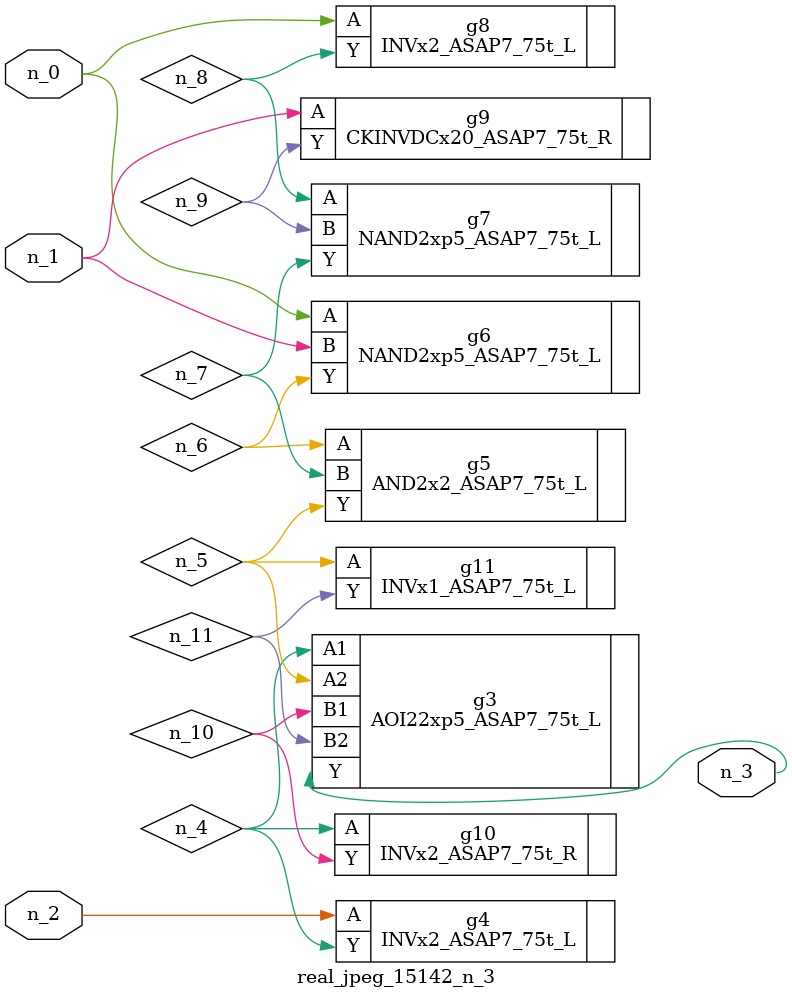
<source format=v>
module real_jpeg_15142_n_3 (n_1, n_0, n_2, n_3);

input n_1;
input n_0;
input n_2;

output n_3;

wire n_5;
wire n_4;
wire n_8;
wire n_11;
wire n_6;
wire n_7;
wire n_10;
wire n_9;

NAND2xp5_ASAP7_75t_L g6 ( 
.A(n_0),
.B(n_1),
.Y(n_6)
);

INVx2_ASAP7_75t_L g8 ( 
.A(n_0),
.Y(n_8)
);

CKINVDCx20_ASAP7_75t_R g9 ( 
.A(n_1),
.Y(n_9)
);

INVx2_ASAP7_75t_L g4 ( 
.A(n_2),
.Y(n_4)
);

AOI22xp5_ASAP7_75t_L g3 ( 
.A1(n_4),
.A2(n_5),
.B1(n_10),
.B2(n_11),
.Y(n_3)
);

INVx2_ASAP7_75t_R g10 ( 
.A(n_4),
.Y(n_10)
);

INVx1_ASAP7_75t_L g11 ( 
.A(n_5),
.Y(n_11)
);

AND2x2_ASAP7_75t_L g5 ( 
.A(n_6),
.B(n_7),
.Y(n_5)
);

NAND2xp5_ASAP7_75t_L g7 ( 
.A(n_8),
.B(n_9),
.Y(n_7)
);


endmodule
</source>
